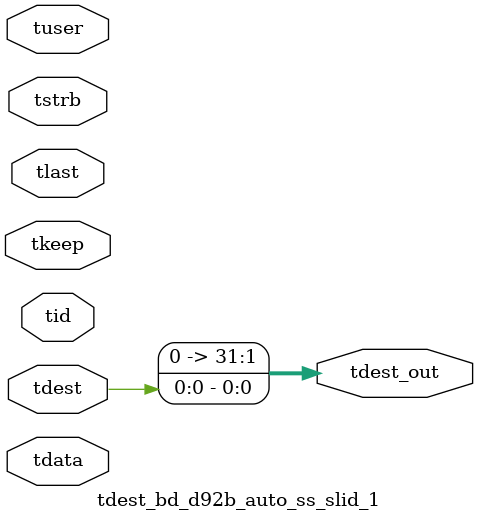
<source format=v>


`timescale 1ps/1ps

module tdest_bd_d92b_auto_ss_slid_1 #
(
parameter C_S_AXIS_TDATA_WIDTH = 32,
parameter C_S_AXIS_TUSER_WIDTH = 0,
parameter C_S_AXIS_TID_WIDTH   = 0,
parameter C_S_AXIS_TDEST_WIDTH = 0,
parameter C_M_AXIS_TDEST_WIDTH = 32
)
(
input  [(C_S_AXIS_TDATA_WIDTH == 0 ? 1 : C_S_AXIS_TDATA_WIDTH)-1:0     ] tdata,
input  [(C_S_AXIS_TUSER_WIDTH == 0 ? 1 : C_S_AXIS_TUSER_WIDTH)-1:0     ] tuser,
input  [(C_S_AXIS_TID_WIDTH   == 0 ? 1 : C_S_AXIS_TID_WIDTH)-1:0       ] tid,
input  [(C_S_AXIS_TDEST_WIDTH == 0 ? 1 : C_S_AXIS_TDEST_WIDTH)-1:0     ] tdest,
input  [(C_S_AXIS_TDATA_WIDTH/8)-1:0 ] tkeep,
input  [(C_S_AXIS_TDATA_WIDTH/8)-1:0 ] tstrb,
input                                                                    tlast,
output [C_M_AXIS_TDEST_WIDTH-1:0] tdest_out
);

assign tdest_out = {3'b000,tdest[0:0]};

endmodule


</source>
